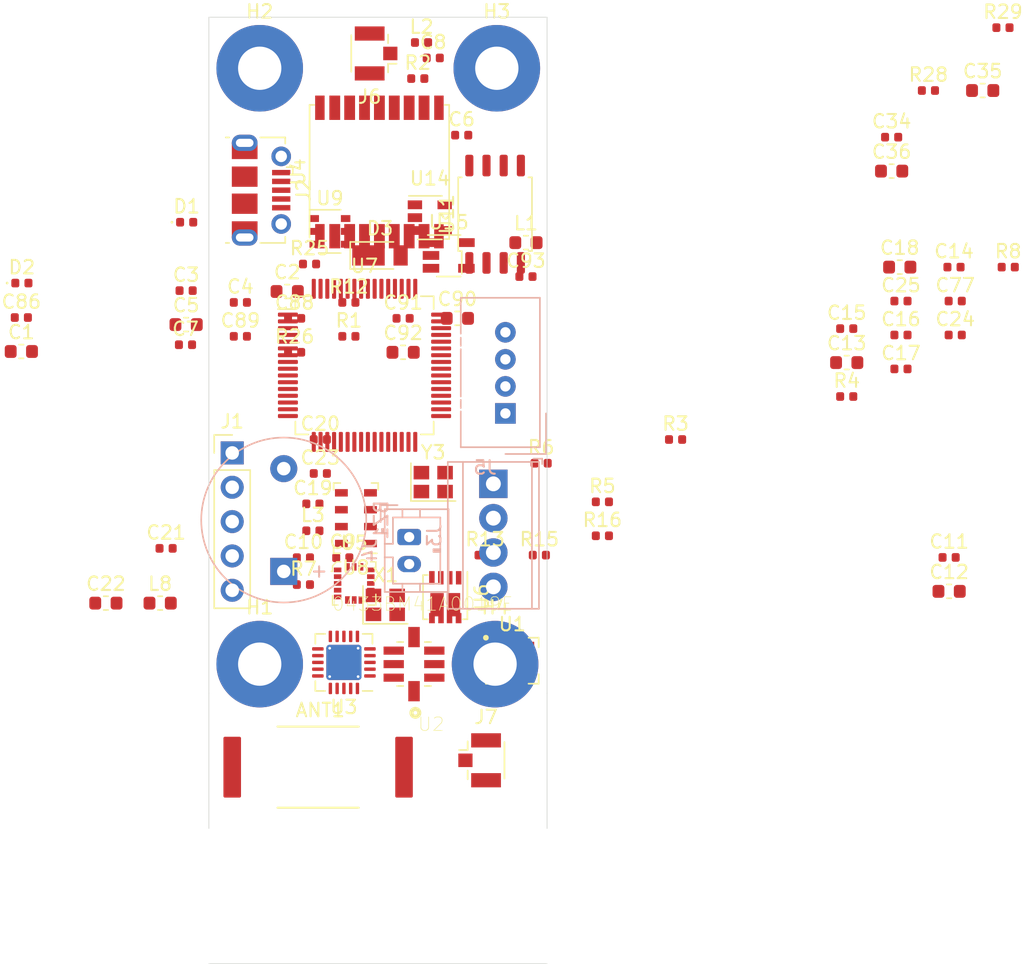
<source format=kicad_pcb>
(kicad_pcb (version 20171130) (host pcbnew "(5.1.2)-1")
  (title_block (title "PCB for Project Mach 1 flight computer") (date 2019-09-16) (company "Imperial College Space Society") (comment 1 "Richard Ibbotson, Medad Newman"))
  (layers (0 F.Cu signal) (1 GND.Cu power) (2 VCC.Cu power) (31 B.Cu signal) (34 B.Paste user hide) (35 F.Paste user hide) (36 B.SilkS user hide) (37 F.SilkS user) (38 B.Mask user) (39 F.Mask user) (44 Edge.Cuts user))
  (net 0 "")
  (net 1 GND)
  (net 2 +3V3)
  (net 3 "Net-(C2-Pad1)")
  (net 4 "Net-(C20-Pad2)")
  (net 5 "Net-(C20-Pad1)")
  (net 6 /MCU/XIN)
  (net 7 /MCU/XOUT)
  (net 8 "Net-(C89-Pad1)")
  (net 9 "Net-(C90-Pad1)")
  (net 10 /MCU/SWCLK)
  (net 11 /MCU/SWDIO)
  (net 12 /MCU/USB_DM)
  (net 13 /pyro_driver/FIRE_A)
  (net 14 /pyro_driver/FIRE_B)
  (net 15 /pyro_driver/FET_B)
  (net 16 /MCU/MCU_SCLK1)
  (net 17 /MCU/MCU_MISO1)
  (net 18 /MCU/MCU_MOSI1)
  (net 19 /MCU/MCU_NSEL1)
  (net 20 /gps/GPS_RXD)
  (net 21 /gps/GPS_1PPS)
  (net 22 /gps/GPS_NRES)
  (net 23 /gps/GPS_SDA)
  (net 24 /gps/GPS_SCL)
  (net 25 /gps/GPS_NSAFEBOOT)
  (net 26 /MCU/MCU_NSEL4)
  (net 27 /MCU/MCU_MISO4)
  (net 28 /MCU/MCU_MOSI4)
  (net 29 /MCU/MCU_SCLK4)
  (net 30 /sensors/ACCL_RDY)
  (net 31 /sensors/GYRO_RDY)
  (net 32 "Net-(D1-Pad2)")
  (net 33 "Net-(D2-Pad2)")
  (net 34 /power_supply/USB_DM)
  (net 35 /pyro_driver/FET_A)
  (net 36 /MCU/LED_RED)
  (net 37 /MCU/LED_BLUE)
  (net 38 /sensors/MAG_RDY)
  (net 39 "Net-(C9-Pad2)")
  (net 40 "Net-(C34-Pad1)")
  (net 41 "Net-(C35-Pad1)")
  (net 42 Vdrive)
  (net 43 "Net-(C8-Pad1)")
  (net 44 "Net-(C9-Pad1)")
  (net 45 "Net-(J6-Pad1)")
  (net 46 "Net-(L8-Pad1)")
  (net 47 "Net-(R2-Pad2)")
  (net 48 "Net-(U2-Pad7)")
  (net 49 "Net-(U2-Pad8)")
  (net 50 VBUS)
  (net 51 "Net-(J2-Pad2)")
  (net 52 "Net-(J2-Pad3)")
  (net 53 "Net-(ANT1-Pad1)")
  (net 54 /MCU/BUZZER)
  (net 55 /MCU/MCU_PA04)
  (net 56 /MCU/MCU_PA05)
  (net 57 /MCU/MCU_PB08)
  (net 58 /MCU/MCU_PB11)
  (net 59 /MCU/MCU_PA12)
  (net 60 /MCU/MCU_PA13)
  (net 61 /MCU/GPS_RXD0)
  (net 62 /MCU/MCU_PB10)
  (net 63 "Net-(J7-Pad1)")
  (net 64 "Net-(ANT1-Pad2)")
  (net 65 "Net-(J2-Pad4)")
  (net 66 "Net-(U3-Pad20)")
  (net 67 "Net-(U3-Pad19)")
  (net 68 "Net-(U3-Pad16)")
  (net 69 "Net-(U3-Pad7)")
  (net 70 "Net-(U3-Pad5)")
  (net 71 "Net-(U4-Pad5)")
  (net 72 "Net-(U4-Pad13)")
  (net 73 "Net-(U4-Pad15)")
  (net 74 "Net-(U7-Pad5)")
  (net 75 "Net-(U7-Pad6)")
  (net 76 "Net-(U7-Pad9)")
  (net 77 "Net-(U7-Pad10)")
  (net 78 "Net-(U7-Pad12)")
  (net 79 "Net-(U7-Pad39)")
  (net 80 "Net-(U7-Pad51)")
  (net 81 "Net-(U7-Pad55)")
  (net 82 "Net-(U7-Pad59)")
  (net 83 "Net-(U7-Pad60)")
  (net 84 "Net-(U8-Pad6)")
  (net 85 "Net-(U14-Pad4)")
  (net 86 "Net-(X1-Pad1)")
  (net 87 "Net-(U7-Pad15)")
  (net 88 "Net-(U7-Pad16)")
  (net 89 "Net-(U1-Pad10)")
  (net 90 "Net-(U1-Pad13)")
  (net 91 "Net-(C24-Pad1)")
  (net 92 "Net-(C25-Pad1)")
  (net 93 /sensors/H_ACCL_INT2)
  (net 94 /sensors/H_ACCL_INT1)
  (net 95 /MCU/SCL_PA09)
  (net 96 /MCU/SDA_PA08)
  (module flight-computer:Yageo434 (layer F.Cu) (at 108.077 275.463)
    (fp_text reference ANT1 (at 0.15748 -4.21894) (layer F.SilkS))
    (fp_text value Yageo434)
    (pad 2 smd roundrect (at 6.35 0) (size 1.3 4.5) (layers F.Cu F.Paste F.Mask) (roundrect_rratio 0.083) (net 64 "Net-(ANT1-Pad2)"))
    (pad 1 smd roundrect (at -6.35 0) (size 1.3 4.5) (layers F.Cu F.Paste F.Mask) (roundrect_rratio 0.083) (net 53 "Net-(ANT1-Pad1)"))
  )
  (module Buzzer_Beeper:Buzzer_12x9.5RM7.6 (layer B.Cu) (at 105.537 260.985 90)
    (fp_text reference BZ1 (at 3.8 7.2 90) (layer B.SilkS) (effects (justify mirror)))
    (fp_text value Buzzer)
    (fp_text user + (at -0.01 2.54 90) (layer B.SilkS) (effects (justify mirror)))
    (pad 1 thru_hole rect (at 0 0 90) (size 2 2) (drill 1) (layers *.Cu *.Mask) (net 54 /MCU/BUZZER))
    (pad 2 thru_hole circle (at 7.6 0 90) (size 2 2) (drill 1) (layers *.Cu *.Mask) (net 1 GND))
  )
  (module Capacitor_SMD:C_0603_1608Metric (layer F.Cu) (at 86.139001 244.720001)
    (fp_text reference C1 (at 0 -1.43) (layer F.SilkS))
    (fp_text value 10uF)
    (pad 2 smd roundrect (at 0.7875 0) (size 0.875 0.95) (layers F.Cu F.Paste F.Mask) (net 1 GND))
    (pad 1 smd roundrect (at -0.7875 0) (size 0.875 0.95) (layers F.Cu F.Paste F.Mask) (net 2 +3V3))
  )
  (module Capacitor_SMD:C_0603_1608Metric (layer F.Cu) (at 105.791 240.284)
    (fp_text reference C2 (at 0 -1.43) (layer F.SilkS))
    (fp_text value 10uF)
    (pad 2 smd roundrect (at 0.7875 0) (size 0.875 0.95) (layers F.Cu F.Paste F.Mask) (net 1 GND))
    (pad 1 smd roundrect (at -0.7875 0) (size 0.875 0.95) (layers F.Cu F.Paste F.Mask) (net 3 "Net-(C2-Pad1)"))
  )
  (module Capacitor_SMD:C_0603_1608Metric (layer F.Cu) (at 98.319001 242.730001)
    (fp_text reference C5 (at 0 -1.43) (layer F.SilkS))
    (fp_text value 10uF)
    (pad 2 smd roundrect (at 0.7875 0) (size 0.875 0.95) (layers F.Cu F.Paste F.Mask) (net 1 GND))
    (pad 1 smd roundrect (at -0.7875 0) (size 0.875 0.95) (layers F.Cu F.Paste F.Mask) (net 2 +3V3))
  )
  (module Capacitor_SMD:C_0402_1005Metric (layer F.Cu) (at 116.586 223.012)
    (fp_text reference C8 (at 0 -1.17) (layer F.SilkS))
    (fp_text value 10nF)
    (pad 1 smd roundrect (at -0.485 0) (size 0.59 0.64) (layers F.Cu F.Paste F.Mask) (net 43 "Net-(C8-Pad1)"))
    (pad 2 smd roundrect (at 0.485 0) (size 0.59 0.64) (layers F.Cu F.Paste F.Mask) (net 1 GND))
  )
  (module Capacitor_SMD:C_0402_1005Metric (layer F.Cu) (at 109.899001 259.970001)
    (fp_text reference C9 (at 0 -1.17) (layer F.SilkS))
    (fp_text value 270pF)
    (pad 1 smd roundrect (at -0.485 0) (size 0.59 0.64) (layers F.Cu F.Paste F.Mask) (net 44 "Net-(C9-Pad1)"))
    (pad 2 smd roundrect (at 0.485 0) (size 0.59 0.64) (layers F.Cu F.Paste F.Mask) (net 39 "Net-(C9-Pad2)"))
  )
  (module Capacitor_SMD:C_0402_1005Metric (layer F.Cu) (at 106.989001 259.970001)
    (fp_text reference C10 (at 0 -1.17) (layer F.SilkS))
    (fp_text value NF)
    (pad 2 smd roundrect (at 0.485 0) (size 0.59 0.64) (layers F.Cu F.Paste F.Mask) (net 1 GND))
    (pad 1 smd roundrect (at -0.485 0) (size 0.59 0.64) (layers F.Cu F.Paste F.Mask) (net 53 "Net-(ANT1-Pad1)"))
  )
  (module Capacitor_SMD:C_0603_1608Metric (layer F.Cu) (at 154.719001 262.460001)
    (fp_text reference C12 (at 0 -1.43) (layer F.SilkS))
    (fp_text value 10uF)
    (pad 2 smd roundrect (at 0.7875 0) (size 0.875 0.95) (layers F.Cu F.Paste F.Mask) (net 1 GND))
    (pad 1 smd roundrect (at -0.7875 0) (size 0.875 0.95) (layers F.Cu F.Paste F.Mask) (net 2 +3V3))
  )
  (module Capacitor_SMD:C_0603_1608Metric (layer F.Cu) (at 147.149001 245.540001)
    (fp_text reference C13 (at 0 -1.43) (layer F.SilkS))
    (fp_text value 10uF)
    (pad 1 smd roundrect (at -0.7875 0) (size 0.875 0.95) (layers F.Cu F.Paste F.Mask) (net 1 GND))
    (pad 2 smd roundrect (at 0.7875 0) (size 0.875 0.95) (layers F.Cu F.Paste F.Mask) (net 2 +3V3))
  )
  (module Capacitor_SMD:C_0603_1608Metric (layer F.Cu) (at 151.069001 238.480001)
    (fp_text reference C18 (at 0 -1.43) (layer F.SilkS))
    (fp_text value 10uF)
    (pad 1 smd roundrect (at -0.7875 0) (size 0.875 0.95) (layers F.Cu F.Paste F.Mask) (net 2 +3V3))
    (pad 2 smd roundrect (at 0.7875 0) (size 0.875 0.95) (layers F.Cu F.Paste F.Mask) (net 1 GND))
  )
  (module Capacitor_SMD:C_0402_1005Metric (layer F.Cu) (at 107.689001 255.990001)
    (fp_text reference C19 (at 0 -1.17) (layer F.SilkS))
    (fp_text value 270pF)
    (pad 2 smd roundrect (at 0.485 0) (size 0.59 0.64) (layers F.Cu F.Paste F.Mask) (net 1 GND))
    (pad 1 smd roundrect (at -0.485 0) (size 0.59 0.64) (layers F.Cu F.Paste F.Mask) (net 2 +3V3))
  )
  (module Capacitor_SMD:C_0603_1608Metric (layer F.Cu) (at 92.389001 263.330001)
    (fp_text reference C22 (at 0 -1.43) (layer F.SilkS))
    (fp_text value 1uF)
    (pad 2 smd roundrect (at 0.7875 0) (size 0.875 0.95) (layers F.Cu F.Paste F.Mask) (net 1 GND))
    (pad 1 smd roundrect (at -0.7875 0) (size 0.875 0.95) (layers F.Cu F.Paste F.Mask) (net 2 +3V3))
  )
  (module Capacitor_SMD:C_0603_1608Metric (layer F.Cu) (at 157.199001 225.420001)
    (fp_text reference C35 (at 0 -1.43) (layer F.SilkS))
    (fp_text value 1uF)
    (pad 1 smd roundrect (at -0.7875 0) (size 0.875 0.95) (layers F.Cu F.Paste F.Mask) (net 41 "Net-(C35-Pad1)"))
    (pad 2 smd roundrect (at 0.7875 0) (size 0.875 0.95) (layers F.Cu F.Paste F.Mask) (net 1 GND))
  )
  (module Capacitor_SMD:C_0603_1608Metric (layer F.Cu) (at 150.469001 231.380001)
    (fp_text reference C36 (at 0 -1.43) (layer F.SilkS))
    (fp_text value 1uF)
    (pad 2 smd roundrect (at 0.7875 0) (size 0.875 0.95) (layers F.Cu F.Paste F.Mask) (net 1 GND))
    (pad 1 smd roundrect (at -0.7875 0) (size 0.875 0.95) (layers F.Cu F.Paste F.Mask) (net 2 +3V3))
  )
  (module Capacitor_SMD:C_0603_1608Metric (layer F.Cu) (at 118.369001 242.270001)
    (fp_text reference C90 (at 0 -1.43) (layer F.SilkS))
    (fp_text value 1uF)
    (pad 1 smd roundrect (at -0.7875 0) (size 0.875 0.95) (layers F.Cu F.Paste F.Mask) (net 9 "Net-(C90-Pad1)"))
    (pad 2 smd roundrect (at 0.7875 0) (size 0.875 0.95) (layers F.Cu F.Paste F.Mask) (net 1 GND))
  )
  (module Capacitor_SMD:C_0603_1608Metric (layer F.Cu) (at 114.359001 244.780001)
    (fp_text reference C92 (at 0 -1.43) (layer F.SilkS))
    (fp_text value 10uF)
    (pad 1 smd roundrect (at -0.7875 0) (size 0.875 0.95) (layers F.Cu F.Paste F.Mask) (net 2 +3V3))
    (pad 2 smd roundrect (at 0.7875 0) (size 0.875 0.95) (layers F.Cu F.Paste F.Mask) (net 1 GND))
  )
  (module Diode_SMD:D_PowerDI-123 (layer F.Cu) (at 112.649 237.617)
    (fp_text reference D3 (at 0 -2) (layer F.SilkS))
    (fp_text value DFLS130L)
    (pad 1 smd rect (at -0.85 0 180) (size 2.4 1.5) (layers F.Cu F.Paste F.Mask) (net 41 "Net-(C35-Pad1)"))
    (pad 2 smd rect (at 1.525 0 180) (size 1.05 1.5) (layers F.Cu F.Paste F.Mask) (net 50 VBUS))
  )
  (module MountingHole:MountingHole_3.2mm_M3_Pad (layer F.Cu) (at 103.759 267.843)
    (fp_text reference H1 (at 0 -4.2) (layer F.SilkS))
    (fp_text value MountingHole_Pad)
    (pad 1 thru_hole circle (at 0 0) (size 6.4 6.4) (drill 3.2) (layers *.Cu *.Mask) (net 1 GND))
  )
  (module MountingHole:MountingHole_3.2mm_M3_Pad (layer F.Cu) (at 103.759 223.774)
    (fp_text reference H2 (at 0 -4.2) (layer F.SilkS))
    (fp_text value MountingHole_Pad)
    (pad 1 thru_hole circle (at 0 0) (size 6.4 6.4) (drill 3.2) (layers *.Cu *.Mask) (net 1 GND))
  )
  (module MountingHole:MountingHole_3.2mm_M3_Pad (layer F.Cu) (at 121.285 223.774)
    (fp_text reference H3 (at 0 -4.2) (layer F.SilkS))
    (fp_text value MountingHole_Pad)
    (pad 1 thru_hole circle (at 0 0) (size 6.4 6.4) (drill 3.2) (layers *.Cu *.Mask) (net 1 GND))
  )
  (module MountingHole:MountingHole_3.2mm_M3_Pad (layer F.Cu) (at 121.158 267.843)
    (fp_text reference H4 (at 0 -4.2) (layer F.SilkS))
    (fp_text value MountingHole_Pad)
    (pad 1 thru_hole circle (at 0 0) (size 6.4 6.4) (drill 3.2) (layers *.Cu *.Mask) (net 1 GND))
  )
  (module Connector_PinHeader_2.54mm:PinHeader_1x05_P2.54mm_Vertical (layer F.Cu) (at 101.727 252.222)
    (fp_text reference J1 (at 0 -2.33) (layer F.SilkS))
    (fp_text value Conn_01x05)
    (pad 1 thru_hole rect (at 0 0) (size 1.7 1.7) (drill 1) (layers *.Cu *.Mask) (net 10 /MCU/SWCLK))
    (pad 2 thru_hole oval (at 0 2.54) (size 1.7 1.7) (drill 1) (layers *.Cu *.Mask) (net 11 /MCU/SWDIO))
    (pad 3 thru_hole oval (at 0 5.08) (size 1.7 1.7) (drill 1) (layers *.Cu *.Mask) (net 2 +3V3))
    (pad 4 thru_hole oval (at 0 7.62) (size 1.7 1.7) (drill 1) (layers *.Cu *.Mask) (net 1 GND))
    (pad 5 thru_hole oval (at 0 10.16) (size 1.7 1.7) (drill 1) (layers *.Cu *.Mask) (net 8 "Net-(C89-Pad1)"))
  )
  (module flight-computer:USB_Micro-B_Molex-105017-0001 (layer F.Cu) (at 103.886 232.791 270)
    (fp_text reference J2 (at 0 -3.1125 90) (layer F.SilkS))
    (fp_text value USB_B_Micro)
    (pad 6 smd rect (at 1 1.2375 270) (size 1.5 1.9) (layers F.Cu F.Paste F.Mask) (net 1 GND))
    (pad 6 thru_hole circle (at -2.5 -1.4625 270) (size 1.45 1.45) (drill 0.85) (layers *.Cu *.Mask) (net 1 GND))
    (pad 2 smd rect (at -0.65 -1.4625 270) (size 0.4 1.35) (layers F.Cu F.Paste F.Mask) (net 51 "Net-(J2-Pad2)"))
    (pad 1 smd rect (at -1.3 -1.4625 270) (size 0.4 1.35) (layers F.Cu F.Paste F.Mask) (net 50 VBUS))
    (pad 5 smd rect (at 1.3 -1.4625 270) (size 0.4 1.35) (layers F.Cu F.Paste F.Mask) (net 1 GND))
    (pad 4 smd rect (at 0.65 -1.4625 270) (size 0.4 1.35) (layers F.Cu F.Paste F.Mask) (net 65 "Net-(J2-Pad4)"))
    (pad 3 smd rect (at 0 -1.4625 270) (size 0.4 1.35) (layers F.Cu F.Paste F.Mask) (net 52 "Net-(J2-Pad3)"))
    (pad 6 thru_hole circle (at 2.5 -1.4625 270) (size 1.45 1.45) (drill 0.85) (layers *.Cu *.Mask) (net 1 GND))
    (pad 6 smd rect (at -1 1.2375 270) (size 1.5 1.9) (layers F.Cu F.Paste F.Mask) (net 1 GND))
    (pad 6 thru_hole oval (at -3.5 1.2375 90) (size 1.2 1.9) (drill oval 0.6 1.3) (layers *.Cu *.Mask) (net 1 GND))
    (pad 6 thru_hole oval (at 3.5 1.2375 270) (size 1.2 1.9) (drill oval 0.6 1.3) (layers *.Cu *.Mask) (net 1 GND))
    (pad 6 smd rect (at 2.9 1.2375 270) (size 1.2 1.9) (layers F.Cu F.Mask) (net 1 GND))
    (pad 6 smd rect (at -2.9 1.2375 270) (size 1.2 1.9) (layers F.Cu F.Mask) (net 1 GND))
  )
  (module flight-computer:TerminalBlock_TE_282834-4_1x04_P2.54mm_Horizontal (layer B.Cu) (at 121.031 254.508 270)
    (fp_text reference J3 (at 3.81 4.37 90) (layer B.SilkS) (effects (justify mirror)))
    (fp_text value Screw_Terminal_01x04)
    (pad 1 thru_hole rect (at 0 0 270) (size 2.1 2.1) (drill 1.1) (layers *.Cu *.Mask) (net 42 Vdrive))
    (pad 2 thru_hole circle (at 2.54 0 270) (size 2.1 2.1) (drill 1.1) (layers *.Cu *.Mask) (net 15 /pyro_driver/FET_B))
    (pad 3 thru_hole circle (at 5.08 0 270) (size 2.1 2.1) (drill 1.1) (layers *.Cu *.Mask) (net 42 Vdrive))
    (pad 4 thru_hole circle (at 7.62 0 270) (size 2.1 2.1) (drill 1.1) (layers *.Cu *.Mask) (net 35 /pyro_driver/FET_A))
  )
  (module Connector_JST:JST_PH_B2B-PH-K_1x02_P2.00mm_Vertical (layer B.Cu) (at 114.808 258.445 270)
    (fp_text reference J4 (at 1 2.9 270) (layer B.SilkS) (effects (justify mirror)))
    (fp_text value Conn_01x02)
    (pad 1 thru_hole roundrect (at 0 0 270) (size 1.2 1.75) (drill 0.75) (layers *.Cu *.Mask) (roundrect_rratio 0.208333) (net 42 Vdrive))
    (pad 2 thru_hole oval (at 2 0 270) (size 1.2 1.75) (drill 0.75) (layers *.Cu *.Mask) (net 1 GND))
  )
  (module flight-computer:NS-Tech_Grove_1x04_P2mm_Vertical (layer B.Cu) (at 121.92 249.301)
    (fp_text reference J5 (at -1.5 4) (layer B.SilkS) (effects (justify mirror)))
    (fp_text value Conn_01x04)
    (pad 1 thru_hole rect (at 0 0) (size 1.524 1.524) (drill 0.762) (layers *.Cu *.Mask) (net 95 /MCU/SCL_PA09))
    (pad 2 thru_hole circle (at 0 -2) (size 1.524 1.524) (drill 0.762) (layers *.Cu *.Mask) (net 96 /MCU/SDA_PA08))
    (pad 3 thru_hole circle (at 0 -4) (size 1.524 1.524) (drill 0.762) (layers *.Cu *.Mask) (net 2 +3V3))
    (pad 4 thru_hole circle (at 0 -6) (size 1.524 1.524) (drill 0.762) (layers *.Cu *.Mask) (net 1 GND))
  )
  (module Connector_Coaxial:U.FL_Hirose_U.FL-R-SMT-1_Vertical (layer F.Cu) (at 112.362 222.68 180)
    (fp_text reference J6 (at 0.475 -3.2) (layer F.SilkS))
    (fp_text value Conn_Coaxial)
    (pad 2 smd rect (at 0.475 -1.475 180) (size 2.2 1.05) (layers F.Cu F.Paste F.Mask) (net 1 GND))
    (pad 1 smd rect (at -1.05 0 180) (size 1.05 1) (layers F.Cu F.Paste F.Mask) (net 45 "Net-(J6-Pad1)"))
    (pad 2 smd rect (at 0.475 1.475 180) (size 2.2 1.05) (layers F.Cu F.Paste F.Mask) (net 1 GND))
  )
  (module Connector_Coaxial:U.FL_Hirose_U.FL-R-SMT-1_Vertical (layer F.Cu) (at 120.015 274.955)
    (fp_text reference J7 (at 0.475 -3.2) (layer F.SilkS))
    (fp_text value Conn_Coaxial)
    (pad 2 smd rect (at 0.475 1.475) (size 2.2 1.05) (layers F.Cu F.Paste F.Mask) (net 1 GND))
    (pad 1 smd rect (at -1.05 0) (size 1.05 1) (layers F.Cu F.Paste F.Mask) (net 63 "Net-(J7-Pad1)"))
    (pad 2 smd rect (at 0.475 -1.475) (size 2.2 1.05) (layers F.Cu F.Paste F.Mask) (net 1 GND))
  )
  (module Inductor_SMD:L_0603_1608Metric (layer F.Cu) (at 123.439001 236.670001)
    (fp_text reference L1 (at 0 -1.43) (layer F.SilkS))
    (fp_text value L_Core_Ferrite)
    (pad 1 smd roundrect (at -0.7875 0) (size 0.875 0.95) (layers F.Cu F.Paste F.Mask) (net 2 +3V3))
    (pad 2 smd roundrect (at 0.7875 0) (size 0.875 0.95) (layers F.Cu F.Paste F.Mask) (net 3 "Net-(C2-Pad1)"))
  )
  (module Resistor_SMD:R_0402_1005Metric (layer F.Cu) (at 115.72 221.869)
    (fp_text reference L2 (at 0 -1.17) (layer F.SilkS))
    (fp_text value 27nH)
    (pad 1 smd roundrect (at -0.485 0) (size 0.59 0.64) (layers F.Cu F.Paste F.Mask) (net 43 "Net-(C8-Pad1)"))
    (pad 2 smd roundrect (at 0.485 0) (size 0.59 0.64) (layers F.Cu F.Paste F.Mask) (net 45 "Net-(J6-Pad1)"))
  )
  (module Inductor_SMD:L_0402_1005Metric (layer F.Cu) (at 107.689001 257.980001)
    (fp_text reference L3 (at 0 -1.17) (layer F.SilkS))
    (fp_text value 0R)
    (pad 1 smd roundrect (at -0.485 0) (size 0.59 0.64) (layers F.Cu F.Paste F.Mask) (net 53 "Net-(ANT1-Pad1)"))
    (pad 2 smd roundrect (at 0.485 0) (size 0.59 0.64) (layers F.Cu F.Paste F.Mask) (net 44 "Net-(C9-Pad1)"))
  )
  (module Inductor_SMD:L_0603_1608Metric (layer F.Cu) (at 96.399001 263.330001)
    (fp_text reference L8 (at 0 -1.43) (layer F.SilkS))
    (fp_text value 220nH)
    (pad 2 smd roundrect (at 0.7875 0) (size 0.875 0.95) (layers F.Cu F.Paste F.Mask) (net 2 +3V3))
    (pad 1 smd roundrect (at -0.7875 0) (size 0.875 0.95) (layers F.Cu F.Paste F.Mask) (net 46 "Net-(L8-Pad1)"))
  )
  (module Resistor_SMD:R_0402_1005Metric (layer F.Cu) (at 115.443 224.536)
    (fp_text reference R2 (at 0 -1.17) (layer F.SilkS))
    (fp_text value "10 Ohm")
    (pad 1 smd roundrect (at -0.485 0) (size 0.59 0.64) (layers F.Cu F.Paste F.Mask) (net 43 "Net-(C8-Pad1)"))
    (pad 2 smd roundrect (at 0.485 0) (size 0.59 0.64) (layers F.Cu F.Paste F.Mask) (net 47 "Net-(R2-Pad2)"))
  )
  (module Resistor_SMD:R_0402_1005Metric (layer F.Cu) (at 106.989001 261.960001)
    (fp_text reference R7 (at 0 -1.17) (layer F.SilkS))
    (fp_text value NF)
    (pad 2 smd roundrect (at 0.485 0) (size 0.59 0.64) (layers F.Cu F.Paste F.Mask) (net 63 "Net-(J7-Pad1)"))
    (pad 1 smd roundrect (at -0.485 0) (size 0.59 0.64) (layers F.Cu F.Paste F.Mask) (net 44 "Net-(C9-Pad1)"))
  )
  (module Package_LGA:LGA-24L_3x3.5mm_P0.43mm (layer F.Cu) (at 122.428 267.589)
    (fp_text reference U1 (at 0 -2.7) (layer F.SilkS))
    (fp_text value LSM9DS1)
    (pad 1 smd rect (at -1.505 -1.225) (size 0.23 0.35) (layers F.Cu F.Paste F.Mask) (net 2 +3V3))
    (pad 2 smd rect (at -1.475 -0.645) (size 0.35 0.23) (layers F.Cu F.Paste F.Mask) (net 24 /gps/GPS_SCL))
    (pad 17 smd rect (at 1.475 -0.645) (size 0.35 0.23) (layers F.Cu F.Paste F.Mask) (net 1 GND))
    (pad 3 smd rect (at -1.475 -0.215) (size 0.35 0.23) (layers F.Cu F.Paste F.Mask) (net 2 +3V3))
    (pad 16 smd rect (at 1.475 -0.215) (size 0.35 0.23) (layers F.Cu F.Paste F.Mask) (net 1 GND))
    (pad 4 smd rect (at -1.475 0.215) (size 0.35 0.23) (layers F.Cu F.Paste F.Mask) (net 23 /gps/GPS_SDA))
    (pad 15 smd rect (at 1.475 0.215) (size 0.35 0.23) (layers F.Cu F.Paste F.Mask) (net 1 GND))
    (pad 5 smd rect (at -1.475 0.645) (size 0.35 0.23) (layers F.Cu F.Paste F.Mask) (net 2 +3V3))
    (pad 14 smd rect (at 1.475 0.645) (size 0.35 0.23) (layers F.Cu F.Paste F.Mask) (net 1 GND))
    (pad 24 smd rect (at -1.075 -1.225) (size 0.23 0.35) (layers F.Cu F.Paste F.Mask) (net 92 "Net-(C25-Pad1)"))
    (pad 23 smd rect (at -0.645 -1.225) (size 0.23 0.35) (layers F.Cu F.Paste F.Mask) (net 2 +3V3))
    (pad 22 smd rect (at -0.215 -1.225) (size 0.23 0.35) (layers F.Cu F.Paste F.Mask) (net 2 +3V3))
    (pad 21 smd rect (at 0.215 -1.225) (size 0.23 0.35) (layers F.Cu F.Paste F.Mask) (net 91 "Net-(C24-Pad1)"))
    (pad 20 smd rect (at 0.645 -1.225) (size 0.23 0.35) (layers F.Cu F.Paste F.Mask) (net 1 GND))
    (pad 19 smd rect (at 1.075 -1.225) (size 0.23 0.35) (layers F.Cu F.Paste F.Mask) (net 1 GND))
    (pad 18 smd rect (at 1.505 -1.225) (size 0.23 0.35) (layers F.Cu F.Paste F.Mask) (net 1 GND))
    (pad 6 smd rect (at -1.505 1.225) (size 0.23 0.35) (layers F.Cu F.Paste F.Mask) (net 2 +3V3))
    (pad 7 smd rect (at -1.075 1.225) (size 0.23 0.35) (layers F.Cu F.Paste F.Mask) (net 2 +3V3))
    (pad 8 smd rect (at -0.645 1.225) (size 0.23 0.35) (layers F.Cu F.Paste F.Mask) (net 2 +3V3))
    (pad 9 smd rect (at -0.215 1.225) (size 0.23 0.35) (layers F.Cu F.Paste F.Mask) (net 38 /sensors/MAG_RDY))
    (pad 10 smd rect (at 0.215 1.225) (size 0.23 0.35) (layers F.Cu F.Paste F.Mask) (net 89 "Net-(U1-Pad10)"))
    (pad 11 smd rect (at 0.645 1.225) (size 0.23 0.35) (layers F.Cu F.Paste F.Mask) (net 30 /sensors/ACCL_RDY))
    (pad 12 smd rect (at 1.075 1.225) (size 0.23 0.35) (layers F.Cu F.Paste F.Mask) (net 31 /sensors/GYRO_RDY))
    (pad 13 smd rect (at 1.505 1.225) (size 0.23 0.35) (layers F.Cu F.Paste F.Mask) (net 90 "Net-(U1-Pad13)"))
  )
  (module Johanson_frontend:BALUN_0433BM41A0019E (layer F.Cu) (at 115.165 267.843 180)
    (fp_text reference U2 (at -1.27 -4.445) (layer F.SilkS) (effects (font (thickness 0.05))))
    (fp_text value 0433BM41A0019E (at -0.635 4.445) (layer F.SilkS) (effects (font (thickness 0.05))))
    (pad 3 smd rect (at -1.5 0 180) (size 1.5 0.6) (layers F.Cu F.Paste F.Mask) (net 1 GND))
    (pad 2 smd rect (at -1.5 -1 180) (size 1.5 0.6) (layers F.Cu F.Paste F.Mask) (net 39 "Net-(C9-Pad2)"))
    (pad 4 smd rect (at -1.5 1 180) (size 1.5 0.6) (layers F.Cu F.Paste F.Mask) (net 1 GND))
    (pad 7 smd rect (at 1.5 0 180) (size 1.5 0.6) (layers F.Cu F.Paste F.Mask) (net 48 "Net-(U2-Pad7)"))
    (pad 8 smd rect (at 1.5 -1 180) (size 1.5 0.6) (layers F.Cu F.Paste F.Mask) (net 49 "Net-(U2-Pad8)"))
    (pad 6 smd rect (at 1.5 1 180) (size 1.5 0.6) (layers F.Cu F.Paste F.Mask) (net 46 "Net-(L8-Pad1)"))
    (pad 5 smd rect (at 0 2 270) (size 1.5 0.85) (layers F.Cu F.Paste F.Mask) (net 1 GND))
    (pad 1 smd rect (at 0 -2 270) (size 1.5 0.85) (layers F.Cu F.Paste F.Mask) (net 1 GND))
  )
  (module Package_DFN_QFN:QFN-20-1EP_4x4mm_P0.5mm_EP2.6x2.6mm_ThermalVias (layer F.Cu) (at 109.982 267.716 180)
    (fp_text reference U3 (at 0 -3.3) (layer F.SilkS))
    (fp_text value Si4463)
    (pad 21 smd roundrect (at 0 0 180) (size 2.6 2.6) (layers F.Cu F.Mask) (roundrect_rratio 0.096154) (net 1 GND))
    (pad 21 thru_hole circle (at -1.05 -1.05 180) (size 0.5 0.5) (drill 0.2) (layers *.Cu) (net 1 GND))
    (pad 21 thru_hole circle (at 1.05 -1.05 180) (size 0.5 0.5) (drill 0.2) (layers *.Cu) (net 1 GND))
    (pad 21 thru_hole circle (at -1.05 1.05 180) (size 0.5 0.5) (drill 0.2) (layers *.Cu) (net 1 GND))
    (pad 21 thru_hole circle (at 1.05 1.05 180) (size 0.5 0.5) (drill 0.2) (layers *.Cu) (net 1 GND))
    (pad 21 smd roundrect (at 0 0 180) (size 2.6 2.6) (layers B.Cu) (roundrect_rratio 0.096154) (net 1 GND))
    (pad 1 smd roundrect (at -1.925 -1 180) (size 0.85 0.25) (layers F.Cu F.Paste F.Mask) (net 58 /MCU/MCU_PB11))
    (pad 2 smd roundrect (at -1.925 -0.5 180) (size 0.85 0.25) (layers F.Cu F.Paste F.Mask) (net 49 "Net-(U2-Pad8)"))
    (pad 3 smd roundrect (at -1.925 0 180) (size 0.85 0.25) (layers F.Cu F.Paste F.Mask) (net 48 "Net-(U2-Pad7)"))
    (pad 4 smd roundrect (at -1.925 0.5 180) (size 0.85 0.25) (layers F.Cu F.Paste F.Mask) (net 46 "Net-(L8-Pad1)"))
    (pad 5 smd roundrect (at -1.925 1 180) (size 0.85 0.25) (layers F.Cu F.Paste F.Mask) (net 70 "Net-(U3-Pad5)"))
    (pad 6 smd roundrect (at -1 1.925 180) (size 0.25 0.85) (layers F.Cu F.Paste F.Mask) (net 2 +3V3))
    (pad 7 smd roundrect (at -0.5 1.925 180) (size 0.25 0.85) (layers F.Cu F.Paste F.Mask) (net 69 "Net-(U3-Pad7)"))
    (pad 8 smd roundrect (at 0 1.925 180) (size 0.25 0.85) (layers F.Cu F.Paste F.Mask) (net 2 +3V3))
    (pad 9 smd roundrect (at 0.5 1.925 180) (size 0.25 0.85) (layers F.Cu F.Paste F.Mask) (net 60 /MCU/MCU_PA13))
    (pad 10 smd roundrect (at 1 1.925 180) (size 0.25 0.85) (layers F.Cu F.Paste F.Mask) (net 59 /MCU/MCU_PA12))
    (pad 11 smd roundrect (at 1.925 1 180) (size 0.85 0.25) (layers F.Cu F.Paste F.Mask) (net 62 /MCU/MCU_PB10))
    (pad 12 smd roundrect (at 1.925 0.5 180) (size 0.85 0.25) (layers F.Cu F.Paste F.Mask) (net 16 /MCU/MCU_SCLK1))
    (pad 13 smd roundrect (at 1.925 0 180) (size 0.85 0.25) (layers F.Cu F.Paste F.Mask) (net 17 /MCU/MCU_MISO1))
    (pad 14 smd roundrect (at 1.925 -0.5 180) (size 0.85 0.25) (layers F.Cu F.Paste F.Mask) (net 18 /MCU/MCU_MOSI1))
    (pad 15 smd roundrect (at 1.925 -1 180) (size 0.85 0.25) (layers F.Cu F.Paste F.Mask) (net 19 /MCU/MCU_NSEL1))
    (pad 16 smd roundrect (at 1 -1.925 180) (size 0.25 0.85) (layers F.Cu F.Paste F.Mask) (net 68 "Net-(U3-Pad16)"))
    (pad 17 smd roundrect (at 0.5 -1.925 180) (size 0.25 0.85) (layers F.Cu F.Paste F.Mask) (net 5 "Net-(C20-Pad1)"))
    (pad 18 smd roundrect (at 0 -1.925 180) (size 0.25 0.85) (layers F.Cu F.Paste F.Mask) (net 1 GND))
    (pad 19 smd roundrect (at -0.5 -1.925 180) (size 0.25 0.85) (layers F.Cu F.Paste F.Mask) (net 67 "Net-(U3-Pad19)"))
    (pad 20 smd roundrect (at -1 -1.925 180) (size 0.25 0.85) (layers F.Cu F.Paste F.Mask) (net 66 "Net-(U3-Pad20)"))
  )
  (module RF_GPS:ublox_MAX (layer F.Cu) (at 112.606 231.445 90)
    (fp_text reference U4 (at 0 -6 90) (layer F.SilkS))
    (fp_text value MAX-M8Q)
    (pad 1 smd rect (at -4.75 -4.4 90) (size 1.8 0.7) (layers F.Cu F.Paste F.Mask) (net 1 GND))
    (pad 2 smd rect (at -4.75 -3.3 90) (size 1.8 0.8) (layers F.Cu F.Paste F.Mask) (net 61 /MCU/GPS_RXD0))
    (pad 3 smd rect (at -4.75 -2.2 90) (size 1.8 0.8) (layers F.Cu F.Paste F.Mask) (net 20 /gps/GPS_RXD))
    (pad 4 smd rect (at -4.75 -1.1 90) (size 1.8 0.8) (layers F.Cu F.Paste F.Mask) (net 21 /gps/GPS_1PPS))
    (pad 5 smd rect (at -4.75 0 90) (size 1.8 0.8) (layers F.Cu F.Paste F.Mask) (net 71 "Net-(U4-Pad5)"))
    (pad 6 smd rect (at -4.75 1.1 90) (size 1.8 0.8) (layers F.Cu F.Paste F.Mask) (net 2 +3V3))
    (pad 7 smd rect (at -4.75 2.2 90) (size 1.8 0.8) (layers F.Cu F.Paste F.Mask) (net 2 +3V3))
    (pad 8 smd rect (at -4.75 3.3 90) (size 1.8 0.8) (layers F.Cu F.Paste F.Mask) (net 2 +3V3))
    (pad 9 smd rect (at -4.75 4.4 90) (size 1.8 0.7) (layers F.Cu F.Paste F.Mask) (net 22 /gps/GPS_NRES))
    (pad 10 smd rect (at 4.75 4.4 90) (size 1.8 0.7) (layers F.Cu F.Paste F.Mask) (net 1 GND))
    (pad 11 smd rect (at 4.75 3.3 90) (size 1.8 0.8) (layers F.Cu F.Paste F.Mask) (net 45 "Net-(J6-Pad1)"))
    (pad 12 smd rect (at 4.75 2.2 90) (size 1.8 0.8) (layers F.Cu F.Paste F.Mask) (net 1 GND))
    (pad 13 smd rect (at 4.75 1.1 90) (size 1.8 0.8) (layers F.Cu F.Paste F.Mask) (net 72 "Net-(U4-Pad13)"))
    (pad 14 smd rect (at 4.75 0 90) (size 1.8 0.8) (layers F.Cu F.Paste F.Mask) (net 47 "Net-(R2-Pad2)"))
    (pad 15 smd rect (at 4.75 -1.1 90) (size 1.8 0.8) (layers F.Cu F.Paste F.Mask) (net 73 "Net-(U4-Pad15)"))
    (pad 16 smd rect (at 4.75 -2.2 90) (size 1.8 0.8) (layers F.Cu F.Paste F.Mask) (net 23 /gps/GPS_SDA))
    (pad 17 smd rect (at 4.75 -3.3 90) (size 1.8 0.8) (layers F.Cu F.Paste F.Mask) (net 24 /gps/GPS_SCL))
    (pad 18 smd rect (at 4.75 -4.4 90) (size 1.8 0.7) (layers F.Cu F.Paste F.Mask) (net 25 /gps/GPS_NSAFEBOOT))
  )
  (module flight-computer:TFLGA-16_3x3mm (layer F.Cu) (at 110.744 261.874)
    (fp_text reference U5 (at 0 -3) (layer F.SilkS))
    (fp_text value H3LIS100DL)
    (pad 8 smd rect (at 0.5 1.225) (size 0.35 0.55) (layers F.Cu F.Paste F.Mask) (net 2 +3V3))
    (pad 7 smd rect (at 0 1.225) (size 0.35 0.55) (layers F.Cu F.Paste F.Mask) (net 2 +3V3))
    (pad 6 smd rect (at -0.5 1.225) (size 0.35 0.55) (layers F.Cu F.Paste F.Mask) (net 23 /gps/GPS_SDA))
    (pad 13 smd rect (at 1.225 -1) (size 0.55 0.35) (layers F.Cu F.Paste F.Mask) (net 1 GND))
    (pad 12 smd rect (at 1.225 -0.5) (size 0.55 0.35) (layers F.Cu F.Paste F.Mask) (net 1 GND))
    (pad 9 smd rect (at 1.225 1) (size 0.55 0.35) (layers F.Cu F.Paste F.Mask) (net 93 /sensors/H_ACCL_INT2))
    (pad 10 smd rect (at 1.225 0.5) (size 0.55 0.35) (layers F.Cu F.Paste F.Mask) (net 1 GND))
    (pad 11 smd rect (at 1.225 0) (size 0.55 0.35) (layers F.Cu F.Paste F.Mask) (net 94 /sensors/H_ACCL_INT1))
    (pad 14 smd rect (at 0.5 -1.225) (size 0.35 0.55) (layers F.Cu F.Paste F.Mask) (net 2 +3V3))
    (pad 16 smd rect (at -0.5 -1.225) (size 0.35 0.55) (layers F.Cu F.Paste F.Mask) (net 1 GND))
    (pad 15 smd rect (at 0 -1.225) (size 0.35 0.55) (layers F.Cu F.Paste F.Mask) (net 2 +3V3))
    (pad 5 smd rect (at -1.225 1) (size 0.55 0.35) (layers F.Cu F.Paste F.Mask) (net 1 GND))
    (pad 4 smd rect (at -1.225 0.5) (size 0.55 0.35) (layers F.Cu F.Paste F.Mask) (net 24 /gps/GPS_SCL))
    (pad 1 smd rect (at -1.225 -1) (size 0.55 0.35) (layers F.Cu F.Paste F.Mask) (net 2 +3V3))
    (pad 2 smd rect (at -1.225 -0.5) (size 0.55 0.35) (layers F.Cu F.Paste F.Mask))
    (pad 3 smd rect (at -1.225 0) (size 0.55 0.35) (layers F.Cu F.Paste F.Mask))
  )
  (module Package_SO:Vishay_PowerPAK_1212-8_Dual (layer F.Cu) (at 117.475 262.89 270)
    (fp_text reference U6 (at 0 -2.7 90) (layer F.SilkS))
    (fp_text value Si7232DN)
    (pad 1 smd rect (at -1.435 -0.99 270) (size 0.99 0.405) (layers F.Cu F.Paste F.Mask) (net 1 GND))
    (pad 2 smd rect (at -1.435 -0.33 270) (size 0.99 0.405) (layers F.Cu F.Paste F.Mask) (net 13 /pyro_driver/FIRE_A))
    (pad 3 smd rect (at -1.435 0.33 270) (size 0.99 0.405) (layers F.Cu F.Paste F.Mask) (net 1 GND))
    (pad 4 smd rect (at -1.435 0.99 270) (size 0.99 0.405) (layers F.Cu F.Paste F.Mask) (net 14 /pyro_driver/FIRE_B))
    (pad 5 smd custom (at 0.5575 0.6075 270) (size 1.725 0.99) (layers F.Cu F.Paste F.Mask) (net 15 /pyro_driver/FET_B) (options (clearance outline) (anchor rect)) (primitives (gr_poly (pts (xy 0.6125 -0.495) (xy 1.3725 -0.495) (xy 1.3725 -0.09) (xy 0.8625 -0.09) (xy 0.8625 0.165) (xy 1.3725 0.165) (xy 1.3725 0.5875) (xy 0.6125 0.5875)) (width 0))))
    (pad 6 smd custom (at 0.5575 -0.6075 270) (size 1.725 0.99) (layers F.Cu F.Paste F.Mask) (net 35 /pyro_driver/FET_A) (options (clearance outline) (anchor rect)) (primitives (gr_poly (pts (xy 0.6125 0.495) (xy 1.3725 0.495) (xy 1.3725 0.09) (xy 0.8625 0.09) (xy 0.8625 -0.165) (xy 1.3725 -0.165) (xy 1.3725 -0.5875) (xy 0.6125 -0.5875)) (width 0))))
  )
  (module Package_QFP:TQFP-64_10x10mm_P0.5mm (layer F.Cu) (at 111.506 245.745)
    (fp_text reference U7 (at 0 -7.35) (layer F.SilkS))
    (fp_text value ATSAMD21J18A-AU)
    (pad 1 smd roundrect (at -5.6625 -3.75) (size 1.475 0.3) (layers F.Cu F.Paste F.Mask) (net 54 /MCU/BUZZER))
    (pad 2 smd roundrect (at -5.6625 -3.25) (size 1.475 0.3) (layers F.Cu F.Paste F.Mask) (net 25 /gps/GPS_NSAFEBOOT))
    (pad 3 smd roundrect (at -5.6625 -2.75) (size 1.475 0.3) (layers F.Cu F.Paste F.Mask) (net 21 /gps/GPS_1PPS))
    (pad 4 smd roundrect (at -5.6625 -2.25) (size 1.475 0.3) (layers F.Cu F.Paste F.Mask) (net 22 /gps/GPS_NRES))
    (pad 5 smd roundrect (at -5.6625 -1.75) (size 1.475 0.3) (layers F.Cu F.Paste F.Mask) (net 74 "Net-(U7-Pad5)"))
    (pad 6 smd roundrect (at -5.6625 -1.25) (size 1.475 0.3) (layers F.Cu F.Paste F.Mask) (net 75 "Net-(U7-Pad6)"))
    (pad 7 smd roundrect (at -5.6625 -0.75) (size 1.475 0.3) (layers F.Cu F.Paste F.Mask) (net 1 GND))
    (pad 8 smd roundrect (at -5.6625 -0.25) (size 1.475 0.3) (layers F.Cu F.Paste F.Mask) (net 3 "Net-(C2-Pad1)"))
    (pad 9 smd roundrect (at -5.6625 0.25) (size 1.475 0.3) (layers F.Cu F.Paste F.Mask) (net 76 "Net-(U7-Pad9)"))
    (pad 10 smd roundrect (at -5.6625 0.75) (size 1.475 0.3) (layers F.Cu F.Paste F.Mask) (net 77 "Net-(U7-Pad10)"))
    (pad 11 smd roundrect (at -5.6625 1.25) (size 1.475 0.3) (layers F.Cu F.Paste F.Mask) (net 57 /MCU/MCU_PB08))
    (pad 12 smd roundrect (at -5.6625 1.75) (size 1.475 0.3) (layers F.Cu F.Paste F.Mask) (net 78 "Net-(U7-Pad12)"))
    (pad 13 smd roundrect (at -5.6625 2.25) (size 1.475 0.3) (layers F.Cu F.Paste F.Mask) (net 55 /MCU/MCU_PA04))
    (pad 14 smd roundrect (at -5.6625 2.75) (size 1.475 0.3) (layers F.Cu F.Paste F.Mask) (net 56 /MCU/MCU_PA05))
    (pad 15 smd roundrect (at -5.6625 3.25) (size 1.475 0.3) (layers F.Cu F.Paste F.Mask) (net 87 "Net-(U7-Pad15)"))
    (pad 16 smd roundrect (at -5.6625 3.75) (size 1.475 0.3) (layers F.Cu F.Paste F.Mask) (net 88 "Net-(U7-Pad16)"))
    (pad 17 smd roundrect (at -3.75 5.6625) (size 0.3 1.475) (layers F.Cu F.Paste F.Mask) (net 96 /MCU/SDA_PA08))
    (pad 18 smd roundrect (at -3.25 5.6625) (size 0.3 1.475) (layers F.Cu F.Paste F.Mask) (net 95 /MCU/SCL_PA09))
    (pad 19 smd roundrect (at -2.75 5.6625) (size 0.3 1.475) (layers F.Cu F.Paste F.Mask) (net 13 /pyro_driver/FIRE_A))
    (pad 20 smd roundrect (at -2.25 5.6625) (size 0.3 1.475) (layers F.Cu F.Paste F.Mask) (net 14 /pyro_driver/FIRE_B))
    (pad 21 smd roundrect (at -1.75 5.6625) (size 0.3 1.475) (layers F.Cu F.Paste F.Mask) (net 2 +3V3))
    (pad 22 smd roundrect (at -1.25 5.6625) (size 0.3 1.475) (layers F.Cu F.Paste F.Mask) (net 1 GND))
    (pad 23 smd roundrect (at -0.75 5.6625) (size 0.3 1.475) (layers F.Cu F.Paste F.Mask) (net 62 /MCU/MCU_PB10))
    (pad 24 smd roundrect (at -0.25 5.6625) (size 0.3 1.475) (layers F.Cu F.Paste F.Mask) (net 58 /MCU/MCU_PB11))
    (pad 25 smd roundrect (at 0.25 5.6625) (size 0.3 1.475) (layers F.Cu F.Paste F.Mask) (net 18 /MCU/MCU_MOSI1))
    (pad 26 smd roundrect (at 0.75 5.6625) (size 0.3 1.475) (layers F.Cu F.Paste F.Mask) (net 16 /MCU/MCU_SCLK1))
    (pad 27 smd roundrect (at 1.25 5.6625) (size 0.3 1.475) (layers F.Cu F.Paste F.Mask) (net 17 /MCU/MCU_MISO1))
    (pad 28 smd roundrect (at 1.75 5.6625) (size 0.3 1.475) (layers F.Cu F.Paste F.Mask) (net 19 /MCU/MCU_NSEL1))
    (pad 29 smd roundrect (at 2.25 5.6625) (size 0.3 1.475) (layers F.Cu F.Paste F.Mask) (net 59 /MCU/MCU_PA12))
    (pad 30 smd roundrect (at 2.75 5.6625) (size 0.3 1.475) (layers F.Cu F.Paste F.Mask) (net 60 /MCU/MCU_PA13))
    (pad 31 smd roundrect (at 3.25 5.6625) (size 0.3 1.475) (layers F.Cu F.Paste F.Mask) (net 6 /MCU/XIN))
    (pad 32 smd roundrect (at 3.75 5.6625) (size 0.3 1.475) (layers F.Cu F.Paste F.Mask) (net 7 /MCU/XOUT))
    (pad 33 smd roundrect (at 5.6625 3.75) (size 1.475 0.3) (layers F.Cu F.Paste F.Mask) (net 1 GND))
    (pad 34 smd roundrect (at 5.6625 3.25) (size 1.475 0.3) (layers F.Cu F.Paste F.Mask) (net 2 +3V3))
    (pad 35 smd roundrect (at 5.6625 2.75) (size 1.475 0.3) (layers F.Cu F.Paste F.Mask) (net 20 /gps/GPS_RXD))
    (pad 36 smd roundrect (at 5.6625 2.25) (size 1.475 0.3) (layers F.Cu F.Paste F.Mask) (net 61 /MCU/GPS_RXD0))
    (pad 37 smd roundrect (at 5.6625 1.75) (size 1.475 0.3) (layers F.Cu F.Paste F.Mask) (net 31 /sensors/GYRO_RDY))
    (pad 38 smd roundrect (at 5.6625 1.25) (size 1.475 0.3) (layers F.Cu F.Paste F.Mask) (net 30 /sensors/ACCL_RDY))
    (pad 39 smd roundrect (at 5.6625 0.75) (size 1.475 0.3) (layers F.Cu F.Paste F.Mask) (net 79 "Net-(U7-Pad39)"))
    (pad 40 smd roundrect (at 5.6625 0.25) (size 1.475 0.3) (layers F.Cu F.Paste F.Mask) (net 38 /sensors/MAG_RDY))
    (pad 41 smd roundrect (at 5.6625 -0.25) (size 1.475 0.3) (layers F.Cu F.Paste F.Mask) (net 94 /sensors/H_ACCL_INT1))
    (pad 42 smd roundrect (at 5.6625 -0.75) (size 1.475 0.3) (layers F.Cu F.Paste F.Mask) (net 93 /sensors/H_ACCL_INT2))
    (pad 43 smd roundrect (at 5.6625 -1.25) (size 1.475 0.3) (layers F.Cu F.Paste F.Mask) (net 23 /gps/GPS_SDA))
    (pad 44 smd roundrect (at 5.6625 -1.75) (size 1.475 0.3) (layers F.Cu F.Paste F.Mask) (net 24 /gps/GPS_SCL))
    (pad 45 smd roundrect (at 5.6625 -2.25) (size 1.475 0.3) (layers F.Cu F.Paste F.Mask) (net 12 /MCU/USB_DM))
    (pad 46 smd roundrect (at 5.6625 -2.75) (size 1.475 0.3) (layers F.Cu F.Paste F.Mask) (net 34 /power_supply/USB_DM))
    (pad 47 smd roundrect (at 5.6625 -3.25) (size 1.475 0.3) (layers F.Cu F.Paste F.Mask) (net 1 GND))
    (pad 48 smd roundrect (at 5.6625 -3.75) (size 1.475 0.3) (layers F.Cu F.Paste F.Mask) (net 2 +3V3))
    (pad 49 smd roundrect (at 3.75 -5.6625) (size 0.3 1.475) (layers F.Cu F.Paste F.Mask) (net 36 /MCU/LED_RED))
    (pad 50 smd roundrect (at 3.25 -5.6625) (size 0.3 1.475) (layers F.Cu F.Paste F.Mask) (net 37 /MCU/LED_BLUE))
    (pad 51 smd roundrect (at 2.75 -5.6625) (size 0.3 1.475) (layers F.Cu F.Paste F.Mask) (net 80 "Net-(U7-Pad51)"))
    (pad 52 smd roundrect (at 2.25 -5.6625) (size 0.3 1.475) (layers F.Cu F.Paste F.Mask) (net 8 "Net-(C89-Pad1)"))
    (pad 53 smd roundrect (at 1.75 -5.6625) (size 0.3 1.475) (layers F.Cu F.Paste F.Mask) (net 9 "Net-(C90-Pad1)"))
    (pad 54 smd roundrect (at 1.25 -5.6625) (size 0.3 1.475) (layers F.Cu F.Paste F.Mask) (net 1 GND))
    (pad 55 smd roundrect (at 0.75 -5.6625) (size 0.3 1.475) (layers F.Cu F.Paste F.Mask) (net 81 "Net-(U7-Pad55)"))
    (pad 56 smd roundrect (at 0.25 -5.6625) (size 0.3 1.475) (layers F.Cu F.Paste F.Mask) (net 2 +3V3))
    (pad 57 smd roundrect (at -0.25 -5.6625) (size 0.3 1.475) (layers F.Cu F.Paste F.Mask) (net 10 /MCU/SWCLK))
    (pad 58 smd roundrect (at -0.75 -5.6625) (size 0.3 1.475) (layers F.Cu F.Paste F.Mask) (net 11 /MCU/SWDIO))
    (pad 59 smd roundrect (at -1.25 -5.6625) (size 0.3 1.475) (layers F.Cu F.Paste F.Mask) (net 82 "Net-(U7-Pad59)"))
    (pad 60 smd roundrect (at -1.75 -5.6625) (size 0.3 1.475) (layers F.Cu F.Paste F.Mask) (net 83 "Net-(U7-Pad60)"))
    (pad 61 smd roundrect (at -2.25 -5.6625) (size 0.3 1.475) (layers F.Cu F.Paste F.Mask) (net 27 /MCU/MCU_MISO4))
    (pad 62 smd roundrect (at -2.75 -5.6625) (size 0.3 1.475) (layers F.Cu F.Paste F.Mask) (net 26 /MCU/MCU_NSEL4))
    (pad 63 smd roundrect (at -3.25 -5.6625) (size 0.3 1.475) (layers F.Cu F.Paste F.Mask) (net 28 /MCU/MCU_MOSI4))
    (pad 64 smd roundrect (at -3.75 -5.6625) (size 0.3 1.475) (layers F.Cu F.Paste F.Mask) (net 29 /MCU/MCU_SCLK4))
  )
  (module Package_LGA:LGA-8_3x5mm_P1.25mm (layer F.Cu) (at 110.871 257.048 180)
    (fp_text reference U8 (at 0 -3.65) (layer F.SilkS))
    (fp_text value MS5607-02BA)
    (pad 4 smd rect (at -1.075 1.875 180) (size 0.95 0.55) (layers F.Cu F.Paste F.Mask) (net 1 GND))
    (pad 1 smd rect (at -1.075 -1.875 180) (size 0.95 0.55) (layers F.Cu F.Paste F.Mask) (net 2 +3V3))
    (pad 2 smd rect (at -1.075 -0.625 180) (size 0.95 0.55) (layers F.Cu F.Paste F.Mask) (net 2 +3V3))
    (pad 3 smd rect (at -1.075 0.625 180) (size 0.95 0.55) (layers F.Cu F.Paste F.Mask) (net 1 GND))
    (pad 8 smd rect (at 1.075 -1.875 180) (size 0.95 0.55) (layers F.Cu F.Paste F.Mask) (net 24 /gps/GPS_SCL))
    (pad 7 smd rect (at 1.075 -0.625 180) (size 0.95 0.55) (layers F.Cu F.Paste F.Mask) (net 23 /gps/GPS_SDA))
    (pad 6 smd rect (at 1.075 0.625 180) (size 0.95 0.55) (layers F.Cu F.Paste F.Mask) (net 84 "Net-(U8-Pad6)"))
    (pad 5 smd rect (at 1.075 1.875 180) (size 0.95 0.55) (layers F.Cu F.Paste F.Mask) (net 1 GND))
  )
  (module Package_SO:TSOP-6_1.65x3.05mm_P0.95mm (layer F.Cu) (at 108.949 235.839)
    (fp_text reference U9 (at 0 -2.45) (layer F.SilkS))
    (fp_text value STF202-22T1G)
    (pad 1 smd rect (at -1.16 -0.95) (size 0.7 0.51) (layers F.Cu F.Paste F.Mask) (net 50 VBUS))
    (pad 2 smd rect (at -1.16 0) (size 0.7 0.51) (layers F.Cu F.Paste F.Mask) (net 34 /power_supply/USB_DM))
    (pad 3 smd rect (at -1.16 0.95) (size 0.7 0.51) (layers F.Cu F.Paste F.Mask) (net 12 /MCU/USB_DM))
    (pad 4 smd rect (at 1.16 0.95) (size 0.7 0.51) (layers F.Cu F.Paste F.Mask) (net 52 "Net-(J2-Pad3)"))
    (pad 5 smd rect (at 1.16 0) (size 0.7 0.51) (layers F.Cu F.Paste F.Mask) (net 51 "Net-(J2-Pad2)"))
    (pad 6 smd rect (at 1.16 -0.95) (size 0.7 0.51) (layers F.Cu F.Paste F.Mask) (net 1 GND))
  )
  (module Package_SO:SOIC-8_5.23x5.23mm_P1.27mm (layer F.Cu) (at 121.158 234.569 90)
    (fp_text reference U11 (at 0 -3.56 90) (layer F.SilkS))
    (fp_text value W25Q64JVSSIM)
    (pad 1 smd roundrect (at -3.6 -1.905 90) (size 1.6 0.6) (layers F.Cu F.Paste F.Mask) (net 26 /MCU/MCU_NSEL4))
    (pad 2 smd roundrect (at -3.6 -0.635 90) (size 1.6 0.6) (layers F.Cu F.Paste F.Mask) (net 27 /MCU/MCU_MISO4))
    (pad 3 smd roundrect (at -3.6 0.635 90) (size 1.6 0.6) (layers F.Cu F.Paste F.Mask) (net 2 +3V3))
    (pad 4 smd roundrect (at -3.6 1.905 90) (size 1.6 0.6) (layers F.Cu F.Paste F.Mask) (net 1 GND))
    (pad 5 smd roundrect (at 3.6 1.905 90) (size 1.6 0.6) (layers F.Cu F.Paste F.Mask) (net 28 /MCU/MCU_MOSI4))
    (pad 6 smd roundrect (at 3.6 0.635 90) (size 1.6 0.6) (layers F.Cu F.Paste F.Mask) (net 29 /MCU/MCU_SCLK4))
    (pad 7 smd roundrect (at 3.6 -0.635 90) (size 1.6 0.6) (layers F.Cu F.Paste F.Mask) (net 2 +3V3))
    (pad 8 smd roundrect (at 3.6 -1.905 90) (size 1.6 0.6) (layers F.Cu F.Paste F.Mask) (net 2 +3V3))
  )
  (module Package_TO_SOT_SMD:SOT-23-5 (layer F.Cu) (at 116.332 234.823)
    (fp_text reference U14 (at 0 -2.9) (layer F.SilkS))
    (fp_text value MAX40200AUK)
    (pad 1 smd rect (at -1.1 -0.95) (size 1.06 0.65) (layers F.Cu F.Paste F.Mask) (net 42 Vdrive))
    (pad 2 smd rect (at -1.1 0) (size 1.06 0.65) (layers F.Cu F.Paste F.Mask) (net 1 GND))
    (pad 3 smd rect (at -1.1 0.95) (size 1.06 0.65) (layers F.Cu F.Paste F.Mask) (net 42 Vdrive))
    (pad 4 smd rect (at 1.1 0.95) (size 1.06 0.65) (layers F.Cu F.Paste F.Mask) (net 85 "Net-(U14-Pad4)"))
    (pad 5 smd rect (at 1.1 -0.95) (size 1.06 0.65) (layers F.Cu F.Paste F.Mask) (net 41 "Net-(C35-Pad1)"))
  )
  (module Package_TO_SOT_SMD:TSOT-23-5 (layer F.Cu) (at 117.729 237.617)
    (fp_text reference U15 (at 0 -2.45) (layer F.SilkS))
    (fp_text value LD3985M33R_TSOT23)
    (pad 1 smd rect (at -1.31 -0.95) (size 1.22 0.65) (layers F.Cu F.Paste F.Mask) (net 41 "Net-(C35-Pad1)"))
    (pad 2 smd rect (at -1.31 0) (size 1.22 0.65) (layers F.Cu F.Paste F.Mask) (net 1 GND))
    (pad 3 smd rect (at -1.31 0.95) (size 1.22 0.65) (layers F.Cu F.Paste F.Mask) (net 41 "Net-(C35-Pad1)"))
    (pad 4 smd rect (at 1.31 0.95) (size 1.22 0.65) (layers F.Cu F.Paste F.Mask) (net 40 "Net-(C34-Pad1)"))
    (pad 5 smd rect (at 1.31 -0.95) (size 1.22 0.65) (layers F.Cu F.Paste F.Mask) (net 2 +3V3))
  )
  (module flight-computer:Crystal_SMD_2520-4Pin_2.5x2.0mm (layer F.Cu) (at 113.044 263.46)
    (fp_text reference X1 (at 0 -2.2 -180) (layer F.SilkS))
    (fp_text value TM-32.000-AF3-33-S-Oscillator)
    (pad 1 smd rect (at -0.875 0.7) (size 1.15 1) (layers F.Cu F.Paste F.Mask) (net 86 "Net-(X1-Pad1)"))
    (pad 2 smd rect (at 0.875 0.7) (size 1.15 1) (layers F.Cu F.Paste F.Mask) (net 1 GND))
    (pad 3 smd rect (at 0.875 -0.7) (size 1.15 1) (layers F.Cu F.Paste F.Mask) (net 4 "Net-(C20-Pad2)"))
    (pad 4 smd rect (at -0.875 -0.7) (size 1.15 1) (layers F.Cu F.Paste F.Mask) (net 2 +3V3))
  )
  (module flight-computer:Crystal_SMD_2520-4Pin_2.5x2.0mm (layer F.Cu) (at 116.586 254.381)
    (fp_text reference Y3 (at 0 -2.2 -180) (layer F.SilkS))
    (fp_text value 16MHz)
    (pad 4 smd rect (at -0.875 -0.7) (size 1.15 1) (layers F.Cu F.Paste F.Mask) (net 1 GND))
    (pad 3 smd rect (at 0.875 -0.7) (size 1.15 1) (layers F.Cu F.Paste F.Mask) (net 7 /MCU/XOUT))
    (pad 2 smd rect (at 0.875 0.7) (size 1.15 1) (layers F.Cu F.Paste F.Mask) (net 1 GND))
    (pad 1 smd rect (at -0.875 0.7) (size 1.15 1) (layers F.Cu F.Paste F.Mask) (net 6 /MCU/XIN))
  )
  (module Capacitor_SMD:C_0402_1005Metric (layer F.Cu) (at 98.319001 240.220001)
    (fp_text reference C3 (at 0 -1.17) (layer F.SilkS))
    (fp_text value 100nF)
    (pad 2 smd roundrect (at 0.485 0) (size 0.59 0.64) (layers F.Cu F.Paste F.Mask) (net 1 GND))
    (pad 1 smd roundrect (at -0.485 0) (size 0.59 0.64) (layers F.Cu F.Paste F.Mask) (net 2 +3V3))
  )
  (module Capacitor_SMD:C_0402_1005Metric (layer F.Cu) (at 102.329001 241.090001)
    (fp_text reference C4 (at 0 -1.17) (layer F.SilkS))
    (fp_text value 100nF)
    (pad 1 smd roundrect (at -0.485 0) (size 0.59 0.64) (layers F.Cu F.Paste F.Mask) (net 3 "Net-(C2-Pad1)"))
    (pad 2 smd roundrect (at 0.485 0) (size 0.59 0.64) (layers F.Cu F.Paste F.Mask) (net 1 GND))
  )
  (module Capacitor_SMD:C_0402_1005Metric (layer F.Cu) (at 118.689001 228.720001)
    (fp_text reference C6 (at 0 -1.17) (layer F.SilkS))
    (fp_text value 100nF)
    (pad 2 smd roundrect (at 0.485 0) (size 0.59 0.64) (layers F.Cu F.Paste F.Mask) (net 1 GND))
    (pad 1 smd roundrect (at -0.485 0) (size 0.59 0.64) (layers F.Cu F.Paste F.Mask) (net 2 +3V3))
  )
  (module Capacitor_SMD:C_0402_1005Metric (layer F.Cu) (at 98.2725 244.221)
    (fp_text reference C7 (at 0 -1.17) (layer F.SilkS))
    (fp_text value 100nF)
    (pad 1 smd roundrect (at -0.485 0) (size 0.59 0.64) (layers F.Cu F.Paste F.Mask) (net 2 +3V3))
    (pad 2 smd roundrect (at 0.485 0) (size 0.59 0.64) (layers F.Cu F.Paste F.Mask) (net 1 GND))
  )
  (module Capacitor_SMD:C_0402_1005Metric (layer F.Cu) (at 154.719001 259.950001)
    (fp_text reference C11 (at 0 -1.17) (layer F.SilkS))
    (fp_text value 100nF)
    (pad 2 smd roundrect (at 0.485 0) (size 0.59 0.64) (layers F.Cu F.Paste F.Mask) (net 1 GND))
    (pad 1 smd roundrect (at -0.485 0) (size 0.59 0.64) (layers F.Cu F.Paste F.Mask) (net 2 +3V3))
  )
  (module Capacitor_SMD:C_0402_1005Metric (layer F.Cu) (at 155.079001 238.480001)
    (fp_text reference C14 (at 0 -1.17) (layer F.SilkS))
    (fp_text value 100nF)
    (pad 2 smd roundrect (at 0.485 0) (size 0.59 0.64) (layers F.Cu F.Paste F.Mask) (net 2 +3V3))
    (pad 1 smd roundrect (at -0.485 0) (size 0.59 0.64) (layers F.Cu F.Paste F.Mask) (net 1 GND))
  )
  (module Capacitor_SMD:C_0402_1005Metric (layer F.Cu) (at 147.149001 243.030001)
    (fp_text reference C15 (at 0 -1.17) (layer F.SilkS))
    (fp_text value 100nF)
    (pad 2 smd roundrect (at 0.485 0) (size 0.59 0.64) (layers F.Cu F.Paste F.Mask) (net 1 GND))
    (pad 1 smd roundrect (at -0.485 0) (size 0.59 0.64) (layers F.Cu F.Paste F.Mask) (net 2 +3V3))
  )
  (module Capacitor_SMD:C_0402_1005Metric (layer F.Cu) (at 151.159001 243.500001)
    (fp_text reference C16 (at 0 -1.17) (layer F.SilkS))
    (fp_text value 100nF)
    (pad 1 smd roundrect (at -0.485 0) (size 0.59 0.64) (layers F.Cu F.Paste F.Mask) (net 2 +3V3))
    (pad 2 smd roundrect (at 0.485 0) (size 0.59 0.64) (layers F.Cu F.Paste F.Mask) (net 1 GND))
  )
  (module Capacitor_SMD:C_0402_1005Metric (layer F.Cu) (at 151.159001 246.010001)
    (fp_text reference C17 (at 0 -1.17) (layer F.SilkS))
    (fp_text value 100nF)
    (pad 1 smd roundrect (at -0.485 0) (size 0.59 0.64) (layers F.Cu F.Paste F.Mask) (net 2 +3V3))
    (pad 2 smd roundrect (at 0.485 0) (size 0.59 0.64) (layers F.Cu F.Paste F.Mask) (net 1 GND))
  )
  (module Capacitor_SMD:C_0402_1005Metric (layer F.Cu) (at 108.239001 251.230001)
    (fp_text reference C20 (at 0 -1.17) (layer F.SilkS))
    (fp_text value 10nF)
    (pad 1 smd roundrect (at -0.485 0) (size 0.59 0.64) (layers F.Cu F.Paste F.Mask) (net 5 "Net-(C20-Pad1)"))
    (pad 2 smd roundrect (at 0.485 0) (size 0.59 0.64) (layers F.Cu F.Paste F.Mask) (net 4 "Net-(C20-Pad2)"))
  )
  (module Capacitor_SMD:C_0402_1005Metric (layer F.Cu) (at 96.839001 259.280001)
    (fp_text reference C21 (at 0 -1.17) (layer F.SilkS))
    (fp_text value 33nF)
    (pad 2 smd roundrect (at 0.485 0) (size 0.59 0.64) (layers F.Cu F.Paste F.Mask) (net 2 +3V3))
    (pad 1 smd roundrect (at -0.485 0) (size 0.59 0.64) (layers F.Cu F.Paste F.Mask) (net 1 GND))
  )
  (module Capacitor_SMD:C_0402_1005Metric (layer F.Cu) (at 108.239001 253.740001)
    (fp_text reference C23 (at 0 -1.17) (layer F.SilkS))
    (fp_text value 100nF)
    (pad 1 smd roundrect (at -0.485 0) (size 0.59 0.64) (layers F.Cu F.Paste F.Mask) (net 2 +3V3))
    (pad 2 smd roundrect (at 0.485 0) (size 0.59 0.64) (layers F.Cu F.Paste F.Mask) (net 1 GND))
  )
  (module Capacitor_SMD:C_0402_1005Metric (layer F.Cu) (at 155.169001 243.500001)
    (fp_text reference C24 (at 0 -1.17) (layer F.SilkS))
    (fp_text value 10nF)
    (pad 2 smd roundrect (at 0.485 0) (size 0.59 0.64) (layers F.Cu F.Paste F.Mask) (net 1 GND))
    (pad 1 smd roundrect (at -0.485 0) (size 0.59 0.64) (layers F.Cu F.Paste F.Mask) (net 91 "Net-(C24-Pad1)"))
  )
  (module Capacitor_SMD:C_0402_1005Metric (layer F.Cu) (at 151.159001 240.990001)
    (fp_text reference C25 (at 0 -1.17) (layer F.SilkS))
    (fp_text value 100nF)
    (pad 2 smd roundrect (at 0.485 0) (size 0.59 0.64) (layers F.Cu F.Paste F.Mask) (net 1 GND))
    (pad 1 smd roundrect (at -0.485 0) (size 0.59 0.64) (layers F.Cu F.Paste F.Mask) (net 92 "Net-(C25-Pad1)"))
  )
  (module Capacitor_SMD:C_0402_1005Metric (layer F.Cu) (at 150.469001 228.870001)
    (fp_text reference C34 (at 0 -1.17) (layer F.SilkS))
    (fp_text value 10nF)
    (pad 1 smd roundrect (at -0.485 0) (size 0.59 0.64) (layers F.Cu F.Paste F.Mask) (net 40 "Net-(C34-Pad1)"))
    (pad 2 smd roundrect (at 0.485 0) (size 0.59 0.64) (layers F.Cu F.Paste F.Mask) (net 1 GND))
  )
  (module Capacitor_SMD:C_0402_1005Metric (layer F.Cu) (at 155.169001 240.990001)
    (fp_text reference C77 (at 0 -1.17) (layer F.SilkS))
    (fp_text value 220nF)
    (pad 2 smd roundrect (at 0.485 0) (size 0.59 0.64) (layers F.Cu F.Paste F.Mask) (net 1 GND))
    (pad 1 smd roundrect (at -0.485 0) (size 0.59 0.64) (layers F.Cu F.Paste F.Mask) (net 2 +3V3))
  )
  (module Capacitor_SMD:C_0402_1005Metric (layer F.Cu) (at 86.139001 242.210001)
    (fp_text reference C86 (at 0 -1.17) (layer F.SilkS))
    (fp_text value 15pF)
    (pad 1 smd roundrect (at -0.485 0) (size 0.59 0.64) (layers F.Cu F.Paste F.Mask) (net 6 /MCU/XIN))
    (pad 2 smd roundrect (at 0.485 0) (size 0.59 0.64) (layers F.Cu F.Paste F.Mask) (net 1 GND))
  )
  (module Capacitor_SMD:C_0402_1005Metric (layer F.Cu) (at 106.339001 242.270001)
    (fp_text reference C88 (at 0 -1.17) (layer F.SilkS))
    (fp_text value 15pF)
    (pad 1 smd roundrect (at -0.485 0) (size 0.59 0.64) (layers F.Cu F.Paste F.Mask) (net 7 /MCU/XOUT))
    (pad 2 smd roundrect (at 0.485 0) (size 0.59 0.64) (layers F.Cu F.Paste F.Mask) (net 1 GND))
  )
  (module Capacitor_SMD:C_0402_1005Metric (layer F.Cu) (at 102.329001 243.600001)
    (fp_text reference C89 (at 0 -1.17) (layer F.SilkS))
    (fp_text value 100nF)
    (pad 2 smd roundrect (at 0.485 0) (size 0.59 0.64) (layers F.Cu F.Paste F.Mask) (net 1 GND))
    (pad 1 smd roundrect (at -0.485 0) (size 0.59 0.64) (layers F.Cu F.Paste F.Mask) (net 8 "Net-(C89-Pad1)"))
  )
  (module Capacitor_SMD:C_0402_1005Metric (layer F.Cu) (at 114.359001 242.270001)
    (fp_text reference C91 (at 0 -1.17) (layer F.SilkS))
    (fp_text value 100nF)
    (pad 2 smd roundrect (at 0.485 0) (size 0.59 0.64) (layers F.Cu F.Paste F.Mask) (net 1 GND))
    (pad 1 smd roundrect (at -0.485 0) (size 0.59 0.64) (layers F.Cu F.Paste F.Mask) (net 9 "Net-(C90-Pad1)"))
  )
  (module Capacitor_SMD:C_0402_1005Metric (layer F.Cu) (at 123.439001 239.180001)
    (fp_text reference C93 (at 0 -1.17) (layer F.SilkS))
    (fp_text value 100nF)
    (pad 1 smd roundrect (at -0.485 0) (size 0.59 0.64) (layers F.Cu F.Paste F.Mask) (net 2 +3V3))
    (pad 2 smd roundrect (at 0.485 0) (size 0.59 0.64) (layers F.Cu F.Paste F.Mask) (net 1 GND))
  )
  (module LED_SMD:LED_0402_1005Metric (layer F.Cu) (at 98.359001 235.160001)
    (fp_text reference D1 (at 0 -1.17) (layer F.SilkS))
    (fp_text value RED_LED)
    (pad 2 smd roundrect (at 0.485 0) (size 0.59 0.64) (layers F.Cu F.Paste F.Mask) (net 32 "Net-(D1-Pad2)"))
    (pad 1 smd roundrect (at -0.485 0) (size 0.59 0.64) (layers F.Cu F.Paste F.Mask) (net 1 GND))
  )
  (module LED_SMD:LED_0402_1005Metric (layer F.Cu) (at 86.179001 239.660001)
    (fp_text reference D2 (at 0 -1.17) (layer F.SilkS))
    (fp_text value BLUE_LED)
    (pad 1 smd roundrect (at -0.485 0) (size 0.59 0.64) (layers F.Cu F.Paste F.Mask) (net 1 GND))
    (pad 2 smd roundrect (at 0.485 0) (size 0.59 0.64) (layers F.Cu F.Paste F.Mask) (net 33 "Net-(D2-Pad2)"))
  )
  (module Capacitor_SMD:C_0402_1005Metric (layer F.Cu) (at 110.349001 243.600001)
    (fp_text reference R1 (at 0 -1.17) (layer F.SilkS))
    (fp_text value 1.6K)
    (pad 1 smd roundrect (at -0.485 0) (size 0.59 0.64) (layers F.Cu F.Paste F.Mask) (net 2 +3V3))
    (pad 2 smd roundrect (at 0.485 0) (size 0.59 0.64) (layers F.Cu F.Paste F.Mask) (net 10 /MCU/SWCLK))
  )
  (module Capacitor_SMD:C_0402_1005Metric (layer F.Cu) (at 134.499001 251.230001)
    (fp_text reference R3 (at 0 -1.17) (layer F.SilkS))
    (fp_text value 3.3K)
    (pad 1 smd roundrect (at -0.485 0) (size 0.59 0.64) (layers F.Cu F.Paste F.Mask) (net 13 /pyro_driver/FIRE_A))
    (pad 2 smd roundrect (at 0.485 0) (size 0.59 0.64) (layers F.Cu F.Paste F.Mask) (net 1 GND))
  )
  (module Capacitor_SMD:C_0402_1005Metric (layer F.Cu) (at 147.149001 248.050001)
    (fp_text reference R4 (at 0 -1.17) (layer F.SilkS))
    (fp_text value 4.7K)
    (pad 2 smd roundrect (at 0.485 0) (size 0.59 0.64) (layers F.Cu F.Paste F.Mask) (net 23 /gps/GPS_SDA))
    (pad 1 smd roundrect (at -0.485 0) (size 0.59 0.64) (layers F.Cu F.Paste F.Mask) (net 2 +3V3))
  )
  (module Capacitor_SMD:C_0402_1005Metric (layer F.Cu) (at 129.089001 255.840001)
    (fp_text reference R5 (at 0 -1.17) (layer F.SilkS))
    (fp_text value 120K)
    (pad 1 smd roundrect (at -0.485 0) (size 0.59 0.64) (layers F.Cu F.Paste F.Mask) (net 55 /MCU/MCU_PA04))
    (pad 2 smd roundrect (at 0.485 0) (size 0.59 0.64) (layers F.Cu F.Paste F.Mask) (net 35 /pyro_driver/FET_A))
  )
  (module Capacitor_SMD:C_0402_1005Metric (layer F.Cu) (at 124.5615 252.984)
    (fp_text reference R6 (at 0 -1.17) (layer F.SilkS))
    (fp_text value 27K)
    (pad 2 smd roundrect (at 0.485 0) (size 0.59 0.64) (layers F.Cu F.Paste F.Mask) (net 1 GND))
    (pad 1 smd roundrect (at -0.485 0) (size 0.59 0.64) (layers F.Cu F.Paste F.Mask) (net 55 /MCU/MCU_PA04))
  )
  (module Capacitor_SMD:C_0402_1005Metric (layer F.Cu) (at 159.089001 238.480001)
    (fp_text reference R8 (at 0 -1.17) (layer F.SilkS))
    (fp_text value 4.7K)
    (pad 1 smd roundrect (at -0.485 0) (size 0.59 0.64) (layers F.Cu F.Paste F.Mask) (net 2 +3V3))
    (pad 2 smd roundrect (at 0.485 0) (size 0.59 0.64) (layers F.Cu F.Paste F.Mask) (net 24 /gps/GPS_SCL))
  )
  (module Capacitor_SMD:C_0402_1005Metric (layer F.Cu) (at 110.349001 241.090001)
    (fp_text reference R12 (at 0 -1.17) (layer F.SilkS))
    (fp_text value 1.6K)
    (pad 1 smd roundrect (at -0.485 0) (size 0.59 0.64) (layers F.Cu F.Paste F.Mask) (net 2 +3V3))
    (pad 2 smd roundrect (at 0.485 0) (size 0.59 0.64) (layers F.Cu F.Paste F.Mask) (net 8 "Net-(C89-Pad1)"))
  )
  (module Capacitor_SMD:C_0402_1005Metric (layer F.Cu) (at 120.419001 259.780001)
    (fp_text reference R13 (at 0 -1.17) (layer F.SilkS))
    (fp_text value 3.3K)
    (pad 2 smd roundrect (at 0.485 0) (size 0.59 0.64) (layers F.Cu F.Paste F.Mask) (net 1 GND))
    (pad 1 smd roundrect (at -0.485 0) (size 0.59 0.64) (layers F.Cu F.Paste F.Mask) (net 14 /pyro_driver/FIRE_B))
  )
  (module Capacitor_SMD:C_0402_1005Metric (layer F.Cu) (at 124.429001 259.780001)
    (fp_text reference R15 (at 0 -1.17) (layer F.SilkS))
    (fp_text value 120K)
    (pad 2 smd roundrect (at 0.485 0) (size 0.59 0.64) (layers F.Cu F.Paste F.Mask) (net 15 /pyro_driver/FET_B))
    (pad 1 smd roundrect (at -0.485 0) (size 0.59 0.64) (layers F.Cu F.Paste F.Mask) (net 56 /MCU/MCU_PA05))
  )
  (module Capacitor_SMD:C_0402_1005Metric (layer F.Cu) (at 129.089001 258.350001)
    (fp_text reference R16 (at 0 -1.17) (layer F.SilkS))
    (fp_text value 27K)
    (pad 1 smd roundrect (at -0.485 0) (size 0.59 0.64) (layers F.Cu F.Paste F.Mask) (net 56 /MCU/MCU_PA05))
    (pad 2 smd roundrect (at 0.485 0) (size 0.59 0.64) (layers F.Cu F.Paste F.Mask) (net 1 GND))
  )
  (module Capacitor_SMD:C_0402_1005Metric (layer F.Cu) (at 107.442 238.252)
    (fp_text reference R25 (at 0 -1.17) (layer F.SilkS))
    (fp_text value 1.6K)
    (pad 2 smd roundrect (at 0.485 0) (size 0.59 0.64) (layers F.Cu F.Paste F.Mask) (net 36 /MCU/LED_RED))
    (pad 1 smd roundrect (at -0.485 0) (size 0.59 0.64) (layers F.Cu F.Paste F.Mask) (net 32 "Net-(D1-Pad2)"))
  )
  (module Capacitor_SMD:C_0402_1005Metric (layer F.Cu) (at 106.339001 244.780001)
    (fp_text reference R26 (at 0 -1.17) (layer F.SilkS))
    (fp_text value 1.6K)
    (pad 1 smd roundrect (at -0.485 0) (size 0.59 0.64) (layers F.Cu F.Paste F.Mask) (net 33 "Net-(D2-Pad2)"))
    (pad 2 smd roundrect (at 0.485 0) (size 0.59 0.64) (layers F.Cu F.Paste F.Mask) (net 37 /MCU/LED_BLUE))
  )
  (module Capacitor_SMD:C_0402_1005Metric (layer F.Cu) (at 153.189001 225.420001)
    (fp_text reference R28 (at 0 -1.17) (layer F.SilkS))
    (fp_text value 120K)
    (pad 2 smd roundrect (at 0.485 0) (size 0.59 0.64) (layers F.Cu F.Paste F.Mask) (net 57 /MCU/MCU_PB08))
    (pad 1 smd roundrect (at -0.485 0) (size 0.59 0.64) (layers F.Cu F.Paste F.Mask) (net 42 Vdrive))
  )
  (module Capacitor_SMD:C_0402_1005Metric (layer F.Cu) (at 158.699001 220.770001)
    (fp_text reference R29 (at 0 -1.17) (layer F.SilkS))
    (fp_text value 120K)
    (pad 1 smd roundrect (at -0.485 0) (size 0.59 0.64) (layers F.Cu F.Paste F.Mask) (net 57 /MCU/MCU_PB08))
    (pad 2 smd roundrect (at 0.485 0) (size 0.59 0.64) (layers F.Cu F.Paste F.Mask) (net 1 GND))
  )
  (gr_line (start 125 280) (end 125 270) (layer Edge.Cuts) (width 0.05))
  (gr_line (start 100 280) (end 100 270) (layer Edge.Cuts) (width 0.05))
  (gr_line (start 100 270) (end 100 220) (layer Edge.Cuts) (width 0.05))
  (gr_line (start 125 290) (end 100 290) (layer Edge.Cuts) (width 0.05))
  (gr_line (start 125 220) (end 125 270) (layer Edge.Cuts) (width 0.05))
  (gr_line (start 100 220) (end 125 220) (layer Edge.Cuts) (width 0.05))
)
</source>
